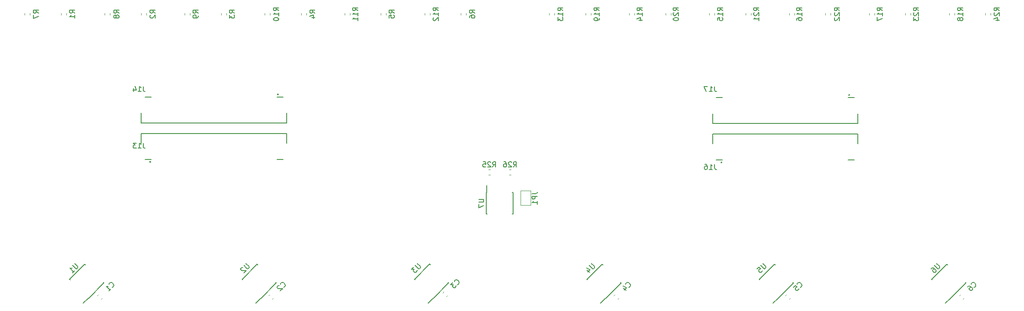
<source format=gbr>
G04 #@! TF.GenerationSoftware,KiCad,Pcbnew,5.0.2-bee76a0~70~ubuntu18.04.1*
G04 #@! TF.CreationDate,2020-05-25T20:10:50+02:00*
G04 #@! TF.ProjectId,AB-AudioMatrix-6x6,41422d41-7564-4696-9f4d-61747269782d,v3.4*
G04 #@! TF.SameCoordinates,Original*
G04 #@! TF.FileFunction,Legend,Bot*
G04 #@! TF.FilePolarity,Positive*
%FSLAX46Y46*%
G04 Gerber Fmt 4.6, Leading zero omitted, Abs format (unit mm)*
G04 Created by KiCad (PCBNEW 5.0.2-bee76a0~70~ubuntu18.04.1) date Mo 25 Mai 2020 20:10:50 CEST*
%MOMM*%
%LPD*%
G01*
G04 APERTURE LIST*
%ADD10C,0.200000*%
%ADD11C,0.120000*%
%ADD12C,0.150000*%
G04 APERTURE END LIST*
D10*
G04 #@! TO.C,J14*
X102000000Y-102100000D02*
X102000000Y-104000000D01*
X102000000Y-104000000D02*
X74000000Y-104000000D01*
X74000000Y-104000000D02*
X74000000Y-102100000D01*
X101300000Y-99000000D02*
X100100000Y-99000000D01*
X75900000Y-99000000D02*
X74700000Y-99000000D01*
X100400000Y-98500000D02*
G75*
G03X100400000Y-98500000I-100000J0D01*
G01*
G04 #@! TO.C,J16*
X184000000Y-108004157D02*
X184000000Y-106104157D01*
X184000000Y-106104157D02*
X212000000Y-106104157D01*
X212000000Y-106104157D02*
X212000000Y-108004157D01*
X184700000Y-111104157D02*
X185900000Y-111104157D01*
X210100000Y-111104157D02*
X211300000Y-111104157D01*
X185800000Y-111604157D02*
G75*
G03X185800000Y-111604157I-100000J0D01*
G01*
G04 #@! TO.C,J13*
X74000000Y-107900000D02*
X74000000Y-106000000D01*
X74000000Y-106000000D02*
X102000000Y-106000000D01*
X102000000Y-106000000D02*
X102000000Y-107900000D01*
X74700000Y-111000000D02*
X75900000Y-111000000D01*
X100100000Y-111000000D02*
X101300000Y-111000000D01*
X75800000Y-111500000D02*
G75*
G03X75800000Y-111500000I-100000J0D01*
G01*
G04 #@! TO.C,J17*
X212000000Y-102204157D02*
X212000000Y-104104157D01*
X212000000Y-104104157D02*
X184000000Y-104104157D01*
X184000000Y-104104157D02*
X184000000Y-102204157D01*
X211300000Y-99104157D02*
X210100000Y-99104157D01*
X185900000Y-99104157D02*
X184700000Y-99104157D01*
X210400000Y-98604157D02*
G75*
G03X210400000Y-98604157I-100000J0D01*
G01*
D11*
G04 #@! TO.C,R1*
X58548500Y-83171267D02*
X58548500Y-82828733D01*
X59568500Y-83171267D02*
X59568500Y-82828733D01*
G04 #@! TO.C,R2*
X73948500Y-83171267D02*
X73948500Y-82828733D01*
X74968500Y-83171267D02*
X74968500Y-82828733D01*
G04 #@! TO.C,R3*
X89348500Y-83171267D02*
X89348500Y-82828733D01*
X90368500Y-83171267D02*
X90368500Y-82828733D01*
G04 #@! TO.C,R4*
X104748500Y-83171267D02*
X104748500Y-82828733D01*
X105768500Y-83171267D02*
X105768500Y-82828733D01*
G04 #@! TO.C,R5*
X120148500Y-83171267D02*
X120148500Y-82828733D01*
X121168500Y-83171267D02*
X121168500Y-82828733D01*
G04 #@! TO.C,R6*
X135548500Y-83171267D02*
X135548500Y-82828733D01*
X136568500Y-83171267D02*
X136568500Y-82828733D01*
G04 #@! TO.C,R7*
X51548500Y-83171267D02*
X51548500Y-82828733D01*
X52568500Y-83171267D02*
X52568500Y-82828733D01*
G04 #@! TO.C,R8*
X66948500Y-83171267D02*
X66948500Y-82828733D01*
X67968500Y-83171267D02*
X67968500Y-82828733D01*
G04 #@! TO.C,R9*
X82348500Y-83171267D02*
X82348500Y-82828733D01*
X83368500Y-83171267D02*
X83368500Y-82828733D01*
G04 #@! TO.C,R10*
X97748500Y-83171267D02*
X97748500Y-82828733D01*
X98768500Y-83171267D02*
X98768500Y-82828733D01*
G04 #@! TO.C,R11*
X113148500Y-83171267D02*
X113148500Y-82828733D01*
X114168500Y-83171267D02*
X114168500Y-82828733D01*
G04 #@! TO.C,R12*
X128548500Y-83171267D02*
X128548500Y-82828733D01*
X129568500Y-83171267D02*
X129568500Y-82828733D01*
G04 #@! TO.C,R13*
X153568500Y-82828733D02*
X153568500Y-83171267D01*
X152548500Y-82828733D02*
X152548500Y-83171267D01*
G04 #@! TO.C,R14*
X168968500Y-82828733D02*
X168968500Y-83171267D01*
X167948500Y-82828733D02*
X167948500Y-83171267D01*
G04 #@! TO.C,R15*
X184368500Y-82828733D02*
X184368500Y-83171267D01*
X183348500Y-82828733D02*
X183348500Y-83171267D01*
G04 #@! TO.C,R16*
X199768500Y-82828733D02*
X199768500Y-83171267D01*
X198748500Y-82828733D02*
X198748500Y-83171267D01*
G04 #@! TO.C,R17*
X215168500Y-82828733D02*
X215168500Y-83171267D01*
X214148500Y-82828733D02*
X214148500Y-83171267D01*
G04 #@! TO.C,R18*
X230568500Y-82828733D02*
X230568500Y-83171267D01*
X229548500Y-82828733D02*
X229548500Y-83171267D01*
G04 #@! TO.C,R19*
X160568500Y-82828733D02*
X160568500Y-83171267D01*
X159548500Y-82828733D02*
X159548500Y-83171267D01*
G04 #@! TO.C,R20*
X175968500Y-82828733D02*
X175968500Y-83171267D01*
X174948500Y-82828733D02*
X174948500Y-83171267D01*
G04 #@! TO.C,R21*
X191368500Y-82828733D02*
X191368500Y-83171267D01*
X190348500Y-82828733D02*
X190348500Y-83171267D01*
G04 #@! TO.C,R22*
X206768500Y-82828733D02*
X206768500Y-83171267D01*
X205748500Y-82828733D02*
X205748500Y-83171267D01*
G04 #@! TO.C,R23*
X222168500Y-82828733D02*
X222168500Y-83171267D01*
X221148500Y-82828733D02*
X221148500Y-83171267D01*
G04 #@! TO.C,R24*
X237568500Y-82828733D02*
X237568500Y-83171267D01*
X236548500Y-82828733D02*
X236548500Y-83171267D01*
D12*
G04 #@! TO.C,U1*
X63818198Y-137752691D02*
X62828249Y-138742641D01*
X60211953Y-134146447D02*
X63146447Y-131211953D01*
X63853553Y-137788047D02*
X66788047Y-134853553D01*
X60211953Y-134146447D02*
X60314484Y-134248977D01*
X63146447Y-131211953D02*
X63248977Y-131314484D01*
X66788047Y-134853553D02*
X66685516Y-134751023D01*
X63853553Y-137788047D02*
X63818198Y-137752691D01*
G04 #@! TO.C,U2*
X97018198Y-137752691D02*
X96028249Y-138742641D01*
X93411953Y-134146447D02*
X96346447Y-131211953D01*
X97053553Y-137788047D02*
X99988047Y-134853553D01*
X93411953Y-134146447D02*
X93514484Y-134248977D01*
X96346447Y-131211953D02*
X96448977Y-131314484D01*
X99988047Y-134853553D02*
X99885516Y-134751023D01*
X97053553Y-137788047D02*
X97018198Y-137752691D01*
G04 #@! TO.C,U3*
X130218198Y-137752691D02*
X129228249Y-138742641D01*
X126611953Y-134146447D02*
X129546447Y-131211953D01*
X130253553Y-137788047D02*
X133188047Y-134853553D01*
X126611953Y-134146447D02*
X126714484Y-134248977D01*
X129546447Y-131211953D02*
X129648977Y-131314484D01*
X133188047Y-134853553D02*
X133085516Y-134751023D01*
X130253553Y-137788047D02*
X130218198Y-137752691D01*
G04 #@! TO.C,U4*
X163418198Y-137752691D02*
X162428249Y-138742641D01*
X159811953Y-134146447D02*
X162746447Y-131211953D01*
X163453553Y-137788047D02*
X166388047Y-134853553D01*
X159811953Y-134146447D02*
X159914484Y-134248977D01*
X162746447Y-131211953D02*
X162848977Y-131314484D01*
X166388047Y-134853553D02*
X166285516Y-134751023D01*
X163453553Y-137788047D02*
X163418198Y-137752691D01*
G04 #@! TO.C,U5*
X196618198Y-137752691D02*
X195628249Y-138742641D01*
X193011953Y-134146447D02*
X195946447Y-131211953D01*
X196653553Y-137788047D02*
X199588047Y-134853553D01*
X193011953Y-134146447D02*
X193114484Y-134248977D01*
X195946447Y-131211953D02*
X196048977Y-131314484D01*
X199588047Y-134853553D02*
X199485516Y-134751023D01*
X196653553Y-137788047D02*
X196618198Y-137752691D01*
G04 #@! TO.C,U6*
X229818198Y-137752691D02*
X228828249Y-138742641D01*
X226211953Y-134146447D02*
X229146447Y-131211953D01*
X229853553Y-137788047D02*
X232788047Y-134853553D01*
X226211953Y-134146447D02*
X226314484Y-134248977D01*
X229146447Y-131211953D02*
X229248977Y-131314484D01*
X232788047Y-134853553D02*
X232685516Y-134751023D01*
X229853553Y-137788047D02*
X229818198Y-137752691D01*
D11*
G04 #@! TO.C,JP1*
X149015621Y-119875715D02*
X149015621Y-117075715D01*
X149015621Y-117075715D02*
X147015621Y-117075715D01*
X147015621Y-117075715D02*
X147015621Y-119875715D01*
X147015621Y-119875715D02*
X149015621Y-119875715D01*
G04 #@! TO.C,R25*
X141186888Y-113985715D02*
X140844354Y-113985715D01*
X141186888Y-112965715D02*
X140844354Y-112965715D01*
G04 #@! TO.C,R26*
X145186888Y-113985715D02*
X144844354Y-113985715D01*
X145186888Y-112965715D02*
X144844354Y-112965715D01*
D12*
G04 #@! TO.C,U7*
X140490621Y-117400715D02*
X140490621Y-116000715D01*
X145590621Y-117400715D02*
X145590621Y-121550715D01*
X140440621Y-117400715D02*
X140440621Y-121550715D01*
X145590621Y-117400715D02*
X145445621Y-117400715D01*
X145590621Y-121550715D02*
X145445621Y-121550715D01*
X140440621Y-121550715D02*
X140585621Y-121550715D01*
X140440621Y-117400715D02*
X140490621Y-117400715D01*
D11*
G04 #@! TO.C,C1*
X65760480Y-137018271D02*
X65518271Y-137260480D01*
X66481729Y-137739520D02*
X66239520Y-137981729D01*
G04 #@! TO.C,C2*
X99481729Y-137739520D02*
X99239520Y-137981729D01*
X98760480Y-137018271D02*
X98518271Y-137260480D01*
G04 #@! TO.C,C3*
X132260480Y-136518271D02*
X132018271Y-136760480D01*
X132981729Y-137239520D02*
X132739520Y-137481729D01*
G04 #@! TO.C,C4*
X165981729Y-137739520D02*
X165739520Y-137981729D01*
X165260480Y-137018271D02*
X165018271Y-137260480D01*
G04 #@! TO.C,C5*
X198260480Y-137018271D02*
X198018271Y-137260480D01*
X198981729Y-137739520D02*
X198739520Y-137981729D01*
G04 #@! TO.C,C6*
X232481729Y-137739520D02*
X232239520Y-137981729D01*
X231760480Y-137018271D02*
X231518271Y-137260480D01*
G04 #@! TO.C,J14*
D12*
X74378690Y-96952380D02*
X74378690Y-97666666D01*
X74426309Y-97809523D01*
X74521547Y-97904761D01*
X74664404Y-97952380D01*
X74759642Y-97952380D01*
X73378690Y-97952380D02*
X73950119Y-97952380D01*
X73664404Y-97952380D02*
X73664404Y-96952380D01*
X73759642Y-97095238D01*
X73854880Y-97190476D01*
X73950119Y-97238095D01*
X72521547Y-97285714D02*
X72521547Y-97952380D01*
X72759642Y-96904761D02*
X72997738Y-97619047D01*
X72378690Y-97619047D01*
G04 #@! TO.C,J16*
X184378690Y-111952380D02*
X184378690Y-112666666D01*
X184426309Y-112809523D01*
X184521547Y-112904761D01*
X184664404Y-112952380D01*
X184759642Y-112952380D01*
X183378690Y-112952380D02*
X183950119Y-112952380D01*
X183664404Y-112952380D02*
X183664404Y-111952380D01*
X183759642Y-112095238D01*
X183854880Y-112190476D01*
X183950119Y-112238095D01*
X182521547Y-111952380D02*
X182712023Y-111952380D01*
X182807261Y-112000000D01*
X182854880Y-112047619D01*
X182950119Y-112190476D01*
X182997738Y-112380952D01*
X182997738Y-112761904D01*
X182950119Y-112857142D01*
X182902500Y-112904761D01*
X182807261Y-112952380D01*
X182616785Y-112952380D01*
X182521547Y-112904761D01*
X182473928Y-112857142D01*
X182426309Y-112761904D01*
X182426309Y-112523809D01*
X182473928Y-112428571D01*
X182521547Y-112380952D01*
X182616785Y-112333333D01*
X182807261Y-112333333D01*
X182902500Y-112380952D01*
X182950119Y-112428571D01*
X182997738Y-112523809D01*
G04 #@! TO.C,J13*
X74378690Y-107873139D02*
X74378690Y-108587425D01*
X74426309Y-108730282D01*
X74521547Y-108825520D01*
X74664404Y-108873139D01*
X74759642Y-108873139D01*
X73378690Y-108873139D02*
X73950119Y-108873139D01*
X73664404Y-108873139D02*
X73664404Y-107873139D01*
X73759642Y-108015997D01*
X73854880Y-108111235D01*
X73950119Y-108158854D01*
X73045357Y-107873139D02*
X72426309Y-107873139D01*
X72759642Y-108254092D01*
X72616785Y-108254092D01*
X72521547Y-108301711D01*
X72473928Y-108349330D01*
X72426309Y-108444568D01*
X72426309Y-108682663D01*
X72473928Y-108777901D01*
X72521547Y-108825520D01*
X72616785Y-108873139D01*
X72902500Y-108873139D01*
X72997738Y-108825520D01*
X73045357Y-108777901D01*
G04 #@! TO.C,J17*
X184378690Y-96952380D02*
X184378690Y-97666666D01*
X184426309Y-97809523D01*
X184521547Y-97904761D01*
X184664404Y-97952380D01*
X184759642Y-97952380D01*
X183378690Y-97952380D02*
X183950119Y-97952380D01*
X183664404Y-97952380D02*
X183664404Y-96952380D01*
X183759642Y-97095238D01*
X183854880Y-97190476D01*
X183950119Y-97238095D01*
X183045357Y-96952380D02*
X182378690Y-96952380D01*
X182807261Y-97952380D01*
G04 #@! TO.C,R1*
X61202380Y-82833333D02*
X60726190Y-82500000D01*
X61202380Y-82261904D02*
X60202380Y-82261904D01*
X60202380Y-82642857D01*
X60250000Y-82738095D01*
X60297619Y-82785714D01*
X60392857Y-82833333D01*
X60535714Y-82833333D01*
X60630952Y-82785714D01*
X60678571Y-82738095D01*
X60726190Y-82642857D01*
X60726190Y-82261904D01*
X61202380Y-83785714D02*
X61202380Y-83214285D01*
X61202380Y-83500000D02*
X60202380Y-83500000D01*
X60345238Y-83404761D01*
X60440476Y-83309523D01*
X60488095Y-83214285D01*
G04 #@! TO.C,R2*
X76702380Y-82833333D02*
X76226190Y-82500000D01*
X76702380Y-82261904D02*
X75702380Y-82261904D01*
X75702380Y-82642857D01*
X75750000Y-82738095D01*
X75797619Y-82785714D01*
X75892857Y-82833333D01*
X76035714Y-82833333D01*
X76130952Y-82785714D01*
X76178571Y-82738095D01*
X76226190Y-82642857D01*
X76226190Y-82261904D01*
X75797619Y-83214285D02*
X75750000Y-83261904D01*
X75702380Y-83357142D01*
X75702380Y-83595238D01*
X75750000Y-83690476D01*
X75797619Y-83738095D01*
X75892857Y-83785714D01*
X75988095Y-83785714D01*
X76130952Y-83738095D01*
X76702380Y-83166666D01*
X76702380Y-83785714D01*
G04 #@! TO.C,R3*
X91952380Y-82833333D02*
X91476190Y-82500000D01*
X91952380Y-82261904D02*
X90952380Y-82261904D01*
X90952380Y-82642857D01*
X91000000Y-82738095D01*
X91047619Y-82785714D01*
X91142857Y-82833333D01*
X91285714Y-82833333D01*
X91380952Y-82785714D01*
X91428571Y-82738095D01*
X91476190Y-82642857D01*
X91476190Y-82261904D01*
X90952380Y-83166666D02*
X90952380Y-83785714D01*
X91333333Y-83452380D01*
X91333333Y-83595238D01*
X91380952Y-83690476D01*
X91428571Y-83738095D01*
X91523809Y-83785714D01*
X91761904Y-83785714D01*
X91857142Y-83738095D01*
X91904761Y-83690476D01*
X91952380Y-83595238D01*
X91952380Y-83309523D01*
X91904761Y-83214285D01*
X91857142Y-83166666D01*
G04 #@! TO.C,R4*
X107452380Y-82833333D02*
X106976190Y-82500000D01*
X107452380Y-82261904D02*
X106452380Y-82261904D01*
X106452380Y-82642857D01*
X106500000Y-82738095D01*
X106547619Y-82785714D01*
X106642857Y-82833333D01*
X106785714Y-82833333D01*
X106880952Y-82785714D01*
X106928571Y-82738095D01*
X106976190Y-82642857D01*
X106976190Y-82261904D01*
X106785714Y-83690476D02*
X107452380Y-83690476D01*
X106404761Y-83452380D02*
X107119047Y-83214285D01*
X107119047Y-83833333D01*
G04 #@! TO.C,R5*
X122702380Y-82833333D02*
X122226190Y-82500000D01*
X122702380Y-82261904D02*
X121702380Y-82261904D01*
X121702380Y-82642857D01*
X121750000Y-82738095D01*
X121797619Y-82785714D01*
X121892857Y-82833333D01*
X122035714Y-82833333D01*
X122130952Y-82785714D01*
X122178571Y-82738095D01*
X122226190Y-82642857D01*
X122226190Y-82261904D01*
X121702380Y-83738095D02*
X121702380Y-83261904D01*
X122178571Y-83214285D01*
X122130952Y-83261904D01*
X122083333Y-83357142D01*
X122083333Y-83595238D01*
X122130952Y-83690476D01*
X122178571Y-83738095D01*
X122273809Y-83785714D01*
X122511904Y-83785714D01*
X122607142Y-83738095D01*
X122654761Y-83690476D01*
X122702380Y-83595238D01*
X122702380Y-83357142D01*
X122654761Y-83261904D01*
X122607142Y-83214285D01*
G04 #@! TO.C,R6*
X138202380Y-82833333D02*
X137726190Y-82500000D01*
X138202380Y-82261904D02*
X137202380Y-82261904D01*
X137202380Y-82642857D01*
X137250000Y-82738095D01*
X137297619Y-82785714D01*
X137392857Y-82833333D01*
X137535714Y-82833333D01*
X137630952Y-82785714D01*
X137678571Y-82738095D01*
X137726190Y-82642857D01*
X137726190Y-82261904D01*
X137202380Y-83690476D02*
X137202380Y-83500000D01*
X137250000Y-83404761D01*
X137297619Y-83357142D01*
X137440476Y-83261904D01*
X137630952Y-83214285D01*
X138011904Y-83214285D01*
X138107142Y-83261904D01*
X138154761Y-83309523D01*
X138202380Y-83404761D01*
X138202380Y-83595238D01*
X138154761Y-83690476D01*
X138107142Y-83738095D01*
X138011904Y-83785714D01*
X137773809Y-83785714D01*
X137678571Y-83738095D01*
X137630952Y-83690476D01*
X137583333Y-83595238D01*
X137583333Y-83404761D01*
X137630952Y-83309523D01*
X137678571Y-83261904D01*
X137773809Y-83214285D01*
G04 #@! TO.C,R7*
X54202380Y-82833333D02*
X53726190Y-82500000D01*
X54202380Y-82261904D02*
X53202380Y-82261904D01*
X53202380Y-82642857D01*
X53250000Y-82738095D01*
X53297619Y-82785714D01*
X53392857Y-82833333D01*
X53535714Y-82833333D01*
X53630952Y-82785714D01*
X53678571Y-82738095D01*
X53726190Y-82642857D01*
X53726190Y-82261904D01*
X53202380Y-83166666D02*
X53202380Y-83833333D01*
X54202380Y-83404761D01*
G04 #@! TO.C,R8*
X69702380Y-82833333D02*
X69226190Y-82500000D01*
X69702380Y-82261904D02*
X68702380Y-82261904D01*
X68702380Y-82642857D01*
X68750000Y-82738095D01*
X68797619Y-82785714D01*
X68892857Y-82833333D01*
X69035714Y-82833333D01*
X69130952Y-82785714D01*
X69178571Y-82738095D01*
X69226190Y-82642857D01*
X69226190Y-82261904D01*
X69130952Y-83404761D02*
X69083333Y-83309523D01*
X69035714Y-83261904D01*
X68940476Y-83214285D01*
X68892857Y-83214285D01*
X68797619Y-83261904D01*
X68750000Y-83309523D01*
X68702380Y-83404761D01*
X68702380Y-83595238D01*
X68750000Y-83690476D01*
X68797619Y-83738095D01*
X68892857Y-83785714D01*
X68940476Y-83785714D01*
X69035714Y-83738095D01*
X69083333Y-83690476D01*
X69130952Y-83595238D01*
X69130952Y-83404761D01*
X69178571Y-83309523D01*
X69226190Y-83261904D01*
X69321428Y-83214285D01*
X69511904Y-83214285D01*
X69607142Y-83261904D01*
X69654761Y-83309523D01*
X69702380Y-83404761D01*
X69702380Y-83595238D01*
X69654761Y-83690476D01*
X69607142Y-83738095D01*
X69511904Y-83785714D01*
X69321428Y-83785714D01*
X69226190Y-83738095D01*
X69178571Y-83690476D01*
X69130952Y-83595238D01*
G04 #@! TO.C,R9*
X84952380Y-82833333D02*
X84476190Y-82500000D01*
X84952380Y-82261904D02*
X83952380Y-82261904D01*
X83952380Y-82642857D01*
X84000000Y-82738095D01*
X84047619Y-82785714D01*
X84142857Y-82833333D01*
X84285714Y-82833333D01*
X84380952Y-82785714D01*
X84428571Y-82738095D01*
X84476190Y-82642857D01*
X84476190Y-82261904D01*
X84952380Y-83309523D02*
X84952380Y-83500000D01*
X84904761Y-83595238D01*
X84857142Y-83642857D01*
X84714285Y-83738095D01*
X84523809Y-83785714D01*
X84142857Y-83785714D01*
X84047619Y-83738095D01*
X84000000Y-83690476D01*
X83952380Y-83595238D01*
X83952380Y-83404761D01*
X84000000Y-83309523D01*
X84047619Y-83261904D01*
X84142857Y-83214285D01*
X84380952Y-83214285D01*
X84476190Y-83261904D01*
X84523809Y-83309523D01*
X84571428Y-83404761D01*
X84571428Y-83595238D01*
X84523809Y-83690476D01*
X84476190Y-83738095D01*
X84380952Y-83785714D01*
G04 #@! TO.C,R10*
X100452380Y-82357142D02*
X99976190Y-82023809D01*
X100452380Y-81785714D02*
X99452380Y-81785714D01*
X99452380Y-82166666D01*
X99500000Y-82261904D01*
X99547619Y-82309523D01*
X99642857Y-82357142D01*
X99785714Y-82357142D01*
X99880952Y-82309523D01*
X99928571Y-82261904D01*
X99976190Y-82166666D01*
X99976190Y-81785714D01*
X100452380Y-83309523D02*
X100452380Y-82738095D01*
X100452380Y-83023809D02*
X99452380Y-83023809D01*
X99595238Y-82928571D01*
X99690476Y-82833333D01*
X99738095Y-82738095D01*
X99452380Y-83928571D02*
X99452380Y-84023809D01*
X99500000Y-84119047D01*
X99547619Y-84166666D01*
X99642857Y-84214285D01*
X99833333Y-84261904D01*
X100071428Y-84261904D01*
X100261904Y-84214285D01*
X100357142Y-84166666D01*
X100404761Y-84119047D01*
X100452380Y-84023809D01*
X100452380Y-83928571D01*
X100404761Y-83833333D01*
X100357142Y-83785714D01*
X100261904Y-83738095D01*
X100071428Y-83690476D01*
X99833333Y-83690476D01*
X99642857Y-83738095D01*
X99547619Y-83785714D01*
X99500000Y-83833333D01*
X99452380Y-83928571D01*
G04 #@! TO.C,R11*
X115702380Y-82357142D02*
X115226190Y-82023809D01*
X115702380Y-81785714D02*
X114702380Y-81785714D01*
X114702380Y-82166666D01*
X114750000Y-82261904D01*
X114797619Y-82309523D01*
X114892857Y-82357142D01*
X115035714Y-82357142D01*
X115130952Y-82309523D01*
X115178571Y-82261904D01*
X115226190Y-82166666D01*
X115226190Y-81785714D01*
X115702380Y-83309523D02*
X115702380Y-82738095D01*
X115702380Y-83023809D02*
X114702380Y-83023809D01*
X114845238Y-82928571D01*
X114940476Y-82833333D01*
X114988095Y-82738095D01*
X115702380Y-84261904D02*
X115702380Y-83690476D01*
X115702380Y-83976190D02*
X114702380Y-83976190D01*
X114845238Y-83880952D01*
X114940476Y-83785714D01*
X114988095Y-83690476D01*
G04 #@! TO.C,R12*
X131202380Y-82357142D02*
X130726190Y-82023809D01*
X131202380Y-81785714D02*
X130202380Y-81785714D01*
X130202380Y-82166666D01*
X130250000Y-82261904D01*
X130297619Y-82309523D01*
X130392857Y-82357142D01*
X130535714Y-82357142D01*
X130630952Y-82309523D01*
X130678571Y-82261904D01*
X130726190Y-82166666D01*
X130726190Y-81785714D01*
X131202380Y-83309523D02*
X131202380Y-82738095D01*
X131202380Y-83023809D02*
X130202380Y-83023809D01*
X130345238Y-82928571D01*
X130440476Y-82833333D01*
X130488095Y-82738095D01*
X130297619Y-83690476D02*
X130250000Y-83738095D01*
X130202380Y-83833333D01*
X130202380Y-84071428D01*
X130250000Y-84166666D01*
X130297619Y-84214285D01*
X130392857Y-84261904D01*
X130488095Y-84261904D01*
X130630952Y-84214285D01*
X131202380Y-83642857D01*
X131202380Y-84261904D01*
G04 #@! TO.C,R13*
X155202380Y-82357142D02*
X154726190Y-82023809D01*
X155202380Y-81785714D02*
X154202380Y-81785714D01*
X154202380Y-82166666D01*
X154250000Y-82261904D01*
X154297619Y-82309523D01*
X154392857Y-82357142D01*
X154535714Y-82357142D01*
X154630952Y-82309523D01*
X154678571Y-82261904D01*
X154726190Y-82166666D01*
X154726190Y-81785714D01*
X155202380Y-83309523D02*
X155202380Y-82738095D01*
X155202380Y-83023809D02*
X154202380Y-83023809D01*
X154345238Y-82928571D01*
X154440476Y-82833333D01*
X154488095Y-82738095D01*
X154202380Y-83642857D02*
X154202380Y-84261904D01*
X154583333Y-83928571D01*
X154583333Y-84071428D01*
X154630952Y-84166666D01*
X154678571Y-84214285D01*
X154773809Y-84261904D01*
X155011904Y-84261904D01*
X155107142Y-84214285D01*
X155154761Y-84166666D01*
X155202380Y-84071428D01*
X155202380Y-83785714D01*
X155154761Y-83690476D01*
X155107142Y-83642857D01*
G04 #@! TO.C,R14*
X170452380Y-82357142D02*
X169976190Y-82023809D01*
X170452380Y-81785714D02*
X169452380Y-81785714D01*
X169452380Y-82166666D01*
X169500000Y-82261904D01*
X169547619Y-82309523D01*
X169642857Y-82357142D01*
X169785714Y-82357142D01*
X169880952Y-82309523D01*
X169928571Y-82261904D01*
X169976190Y-82166666D01*
X169976190Y-81785714D01*
X170452380Y-83309523D02*
X170452380Y-82738095D01*
X170452380Y-83023809D02*
X169452380Y-83023809D01*
X169595238Y-82928571D01*
X169690476Y-82833333D01*
X169738095Y-82738095D01*
X169785714Y-84166666D02*
X170452380Y-84166666D01*
X169404761Y-83928571D02*
X170119047Y-83690476D01*
X170119047Y-84309523D01*
G04 #@! TO.C,R15*
X185952380Y-82357142D02*
X185476190Y-82023809D01*
X185952380Y-81785714D02*
X184952380Y-81785714D01*
X184952380Y-82166666D01*
X185000000Y-82261904D01*
X185047619Y-82309523D01*
X185142857Y-82357142D01*
X185285714Y-82357142D01*
X185380952Y-82309523D01*
X185428571Y-82261904D01*
X185476190Y-82166666D01*
X185476190Y-81785714D01*
X185952380Y-83309523D02*
X185952380Y-82738095D01*
X185952380Y-83023809D02*
X184952380Y-83023809D01*
X185095238Y-82928571D01*
X185190476Y-82833333D01*
X185238095Y-82738095D01*
X184952380Y-84214285D02*
X184952380Y-83738095D01*
X185428571Y-83690476D01*
X185380952Y-83738095D01*
X185333333Y-83833333D01*
X185333333Y-84071428D01*
X185380952Y-84166666D01*
X185428571Y-84214285D01*
X185523809Y-84261904D01*
X185761904Y-84261904D01*
X185857142Y-84214285D01*
X185904761Y-84166666D01*
X185952380Y-84071428D01*
X185952380Y-83833333D01*
X185904761Y-83738095D01*
X185857142Y-83690476D01*
G04 #@! TO.C,R16*
X201202380Y-82357142D02*
X200726190Y-82023809D01*
X201202380Y-81785714D02*
X200202380Y-81785714D01*
X200202380Y-82166666D01*
X200250000Y-82261904D01*
X200297619Y-82309523D01*
X200392857Y-82357142D01*
X200535714Y-82357142D01*
X200630952Y-82309523D01*
X200678571Y-82261904D01*
X200726190Y-82166666D01*
X200726190Y-81785714D01*
X201202380Y-83309523D02*
X201202380Y-82738095D01*
X201202380Y-83023809D02*
X200202380Y-83023809D01*
X200345238Y-82928571D01*
X200440476Y-82833333D01*
X200488095Y-82738095D01*
X200202380Y-84166666D02*
X200202380Y-83976190D01*
X200250000Y-83880952D01*
X200297619Y-83833333D01*
X200440476Y-83738095D01*
X200630952Y-83690476D01*
X201011904Y-83690476D01*
X201107142Y-83738095D01*
X201154761Y-83785714D01*
X201202380Y-83880952D01*
X201202380Y-84071428D01*
X201154761Y-84166666D01*
X201107142Y-84214285D01*
X201011904Y-84261904D01*
X200773809Y-84261904D01*
X200678571Y-84214285D01*
X200630952Y-84166666D01*
X200583333Y-84071428D01*
X200583333Y-83880952D01*
X200630952Y-83785714D01*
X200678571Y-83738095D01*
X200773809Y-83690476D01*
G04 #@! TO.C,R17*
X216702380Y-82357142D02*
X216226190Y-82023809D01*
X216702380Y-81785714D02*
X215702380Y-81785714D01*
X215702380Y-82166666D01*
X215750000Y-82261904D01*
X215797619Y-82309523D01*
X215892857Y-82357142D01*
X216035714Y-82357142D01*
X216130952Y-82309523D01*
X216178571Y-82261904D01*
X216226190Y-82166666D01*
X216226190Y-81785714D01*
X216702380Y-83309523D02*
X216702380Y-82738095D01*
X216702380Y-83023809D02*
X215702380Y-83023809D01*
X215845238Y-82928571D01*
X215940476Y-82833333D01*
X215988095Y-82738095D01*
X215702380Y-83642857D02*
X215702380Y-84309523D01*
X216702380Y-83880952D01*
G04 #@! TO.C,R18*
X232202380Y-82357142D02*
X231726190Y-82023809D01*
X232202380Y-81785714D02*
X231202380Y-81785714D01*
X231202380Y-82166666D01*
X231250000Y-82261904D01*
X231297619Y-82309523D01*
X231392857Y-82357142D01*
X231535714Y-82357142D01*
X231630952Y-82309523D01*
X231678571Y-82261904D01*
X231726190Y-82166666D01*
X231726190Y-81785714D01*
X232202380Y-83309523D02*
X232202380Y-82738095D01*
X232202380Y-83023809D02*
X231202380Y-83023809D01*
X231345238Y-82928571D01*
X231440476Y-82833333D01*
X231488095Y-82738095D01*
X231630952Y-83880952D02*
X231583333Y-83785714D01*
X231535714Y-83738095D01*
X231440476Y-83690476D01*
X231392857Y-83690476D01*
X231297619Y-83738095D01*
X231250000Y-83785714D01*
X231202380Y-83880952D01*
X231202380Y-84071428D01*
X231250000Y-84166666D01*
X231297619Y-84214285D01*
X231392857Y-84261904D01*
X231440476Y-84261904D01*
X231535714Y-84214285D01*
X231583333Y-84166666D01*
X231630952Y-84071428D01*
X231630952Y-83880952D01*
X231678571Y-83785714D01*
X231726190Y-83738095D01*
X231821428Y-83690476D01*
X232011904Y-83690476D01*
X232107142Y-83738095D01*
X232154761Y-83785714D01*
X232202380Y-83880952D01*
X232202380Y-84071428D01*
X232154761Y-84166666D01*
X232107142Y-84214285D01*
X232011904Y-84261904D01*
X231821428Y-84261904D01*
X231726190Y-84214285D01*
X231678571Y-84166666D01*
X231630952Y-84071428D01*
G04 #@! TO.C,R19*
X162202380Y-82357142D02*
X161726190Y-82023809D01*
X162202380Y-81785714D02*
X161202380Y-81785714D01*
X161202380Y-82166666D01*
X161250000Y-82261904D01*
X161297619Y-82309523D01*
X161392857Y-82357142D01*
X161535714Y-82357142D01*
X161630952Y-82309523D01*
X161678571Y-82261904D01*
X161726190Y-82166666D01*
X161726190Y-81785714D01*
X162202380Y-83309523D02*
X162202380Y-82738095D01*
X162202380Y-83023809D02*
X161202380Y-83023809D01*
X161345238Y-82928571D01*
X161440476Y-82833333D01*
X161488095Y-82738095D01*
X162202380Y-83785714D02*
X162202380Y-83976190D01*
X162154761Y-84071428D01*
X162107142Y-84119047D01*
X161964285Y-84214285D01*
X161773809Y-84261904D01*
X161392857Y-84261904D01*
X161297619Y-84214285D01*
X161250000Y-84166666D01*
X161202380Y-84071428D01*
X161202380Y-83880952D01*
X161250000Y-83785714D01*
X161297619Y-83738095D01*
X161392857Y-83690476D01*
X161630952Y-83690476D01*
X161726190Y-83738095D01*
X161773809Y-83785714D01*
X161821428Y-83880952D01*
X161821428Y-84071428D01*
X161773809Y-84166666D01*
X161726190Y-84214285D01*
X161630952Y-84261904D01*
G04 #@! TO.C,R20*
X177452380Y-82357142D02*
X176976190Y-82023809D01*
X177452380Y-81785714D02*
X176452380Y-81785714D01*
X176452380Y-82166666D01*
X176500000Y-82261904D01*
X176547619Y-82309523D01*
X176642857Y-82357142D01*
X176785714Y-82357142D01*
X176880952Y-82309523D01*
X176928571Y-82261904D01*
X176976190Y-82166666D01*
X176976190Y-81785714D01*
X176547619Y-82738095D02*
X176500000Y-82785714D01*
X176452380Y-82880952D01*
X176452380Y-83119047D01*
X176500000Y-83214285D01*
X176547619Y-83261904D01*
X176642857Y-83309523D01*
X176738095Y-83309523D01*
X176880952Y-83261904D01*
X177452380Y-82690476D01*
X177452380Y-83309523D01*
X176452380Y-83928571D02*
X176452380Y-84023809D01*
X176500000Y-84119047D01*
X176547619Y-84166666D01*
X176642857Y-84214285D01*
X176833333Y-84261904D01*
X177071428Y-84261904D01*
X177261904Y-84214285D01*
X177357142Y-84166666D01*
X177404761Y-84119047D01*
X177452380Y-84023809D01*
X177452380Y-83928571D01*
X177404761Y-83833333D01*
X177357142Y-83785714D01*
X177261904Y-83738095D01*
X177071428Y-83690476D01*
X176833333Y-83690476D01*
X176642857Y-83738095D01*
X176547619Y-83785714D01*
X176500000Y-83833333D01*
X176452380Y-83928571D01*
G04 #@! TO.C,R21*
X192952380Y-82357142D02*
X192476190Y-82023809D01*
X192952380Y-81785714D02*
X191952380Y-81785714D01*
X191952380Y-82166666D01*
X192000000Y-82261904D01*
X192047619Y-82309523D01*
X192142857Y-82357142D01*
X192285714Y-82357142D01*
X192380952Y-82309523D01*
X192428571Y-82261904D01*
X192476190Y-82166666D01*
X192476190Y-81785714D01*
X192047619Y-82738095D02*
X192000000Y-82785714D01*
X191952380Y-82880952D01*
X191952380Y-83119047D01*
X192000000Y-83214285D01*
X192047619Y-83261904D01*
X192142857Y-83309523D01*
X192238095Y-83309523D01*
X192380952Y-83261904D01*
X192952380Y-82690476D01*
X192952380Y-83309523D01*
X192952380Y-84261904D02*
X192952380Y-83690476D01*
X192952380Y-83976190D02*
X191952380Y-83976190D01*
X192095238Y-83880952D01*
X192190476Y-83785714D01*
X192238095Y-83690476D01*
G04 #@! TO.C,R22*
X208452380Y-82357142D02*
X207976190Y-82023809D01*
X208452380Y-81785714D02*
X207452380Y-81785714D01*
X207452380Y-82166666D01*
X207500000Y-82261904D01*
X207547619Y-82309523D01*
X207642857Y-82357142D01*
X207785714Y-82357142D01*
X207880952Y-82309523D01*
X207928571Y-82261904D01*
X207976190Y-82166666D01*
X207976190Y-81785714D01*
X207547619Y-82738095D02*
X207500000Y-82785714D01*
X207452380Y-82880952D01*
X207452380Y-83119047D01*
X207500000Y-83214285D01*
X207547619Y-83261904D01*
X207642857Y-83309523D01*
X207738095Y-83309523D01*
X207880952Y-83261904D01*
X208452380Y-82690476D01*
X208452380Y-83309523D01*
X207547619Y-83690476D02*
X207500000Y-83738095D01*
X207452380Y-83833333D01*
X207452380Y-84071428D01*
X207500000Y-84166666D01*
X207547619Y-84214285D01*
X207642857Y-84261904D01*
X207738095Y-84261904D01*
X207880952Y-84214285D01*
X208452380Y-83642857D01*
X208452380Y-84261904D01*
G04 #@! TO.C,R23*
X223702380Y-82357142D02*
X223226190Y-82023809D01*
X223702380Y-81785714D02*
X222702380Y-81785714D01*
X222702380Y-82166666D01*
X222750000Y-82261904D01*
X222797619Y-82309523D01*
X222892857Y-82357142D01*
X223035714Y-82357142D01*
X223130952Y-82309523D01*
X223178571Y-82261904D01*
X223226190Y-82166666D01*
X223226190Y-81785714D01*
X222797619Y-82738095D02*
X222750000Y-82785714D01*
X222702380Y-82880952D01*
X222702380Y-83119047D01*
X222750000Y-83214285D01*
X222797619Y-83261904D01*
X222892857Y-83309523D01*
X222988095Y-83309523D01*
X223130952Y-83261904D01*
X223702380Y-82690476D01*
X223702380Y-83309523D01*
X222702380Y-83642857D02*
X222702380Y-84261904D01*
X223083333Y-83928571D01*
X223083333Y-84071428D01*
X223130952Y-84166666D01*
X223178571Y-84214285D01*
X223273809Y-84261904D01*
X223511904Y-84261904D01*
X223607142Y-84214285D01*
X223654761Y-84166666D01*
X223702380Y-84071428D01*
X223702380Y-83785714D01*
X223654761Y-83690476D01*
X223607142Y-83642857D01*
G04 #@! TO.C,R24*
X239202380Y-82357142D02*
X238726190Y-82023809D01*
X239202380Y-81785714D02*
X238202380Y-81785714D01*
X238202380Y-82166666D01*
X238250000Y-82261904D01*
X238297619Y-82309523D01*
X238392857Y-82357142D01*
X238535714Y-82357142D01*
X238630952Y-82309523D01*
X238678571Y-82261904D01*
X238726190Y-82166666D01*
X238726190Y-81785714D01*
X238297619Y-82738095D02*
X238250000Y-82785714D01*
X238202380Y-82880952D01*
X238202380Y-83119047D01*
X238250000Y-83214285D01*
X238297619Y-83261904D01*
X238392857Y-83309523D01*
X238488095Y-83309523D01*
X238630952Y-83261904D01*
X239202380Y-82690476D01*
X239202380Y-83309523D01*
X238535714Y-84166666D02*
X239202380Y-84166666D01*
X238154761Y-83928571D02*
X238869047Y-83690476D01*
X238869047Y-84309523D01*
G04 #@! TO.C,U1*
X61151522Y-131074026D02*
X61723942Y-131646446D01*
X61757614Y-131747461D01*
X61757614Y-131814805D01*
X61723942Y-131915820D01*
X61589255Y-132050507D01*
X61488240Y-132084179D01*
X61420896Y-132084179D01*
X61319881Y-132050507D01*
X60747461Y-131478087D01*
X60747461Y-132892301D02*
X61151522Y-132488240D01*
X60949492Y-132690270D02*
X60242385Y-131983164D01*
X60410744Y-132016835D01*
X60545431Y-132016835D01*
X60646446Y-131983164D01*
G04 #@! TO.C,U2*
X94151522Y-131074026D02*
X94723942Y-131646446D01*
X94757614Y-131747461D01*
X94757614Y-131814805D01*
X94723942Y-131915820D01*
X94589255Y-132050507D01*
X94488240Y-132084179D01*
X94420896Y-132084179D01*
X94319881Y-132050507D01*
X93747461Y-131478087D01*
X93511759Y-131848477D02*
X93444416Y-131848477D01*
X93343400Y-131882148D01*
X93175042Y-132050507D01*
X93141370Y-132151522D01*
X93141370Y-132218866D01*
X93175042Y-132319881D01*
X93242385Y-132387225D01*
X93377072Y-132454568D01*
X94185194Y-132454568D01*
X93747461Y-132892301D01*
G04 #@! TO.C,U3*
X127151522Y-131074026D02*
X127723942Y-131646446D01*
X127757614Y-131747461D01*
X127757614Y-131814805D01*
X127723942Y-131915820D01*
X127589255Y-132050507D01*
X127488240Y-132084179D01*
X127420896Y-132084179D01*
X127319881Y-132050507D01*
X126747461Y-131478087D01*
X126478087Y-131747461D02*
X126040355Y-132185194D01*
X126545431Y-132218866D01*
X126444416Y-132319881D01*
X126410744Y-132420896D01*
X126410744Y-132488240D01*
X126444416Y-132589255D01*
X126612774Y-132757614D01*
X126713790Y-132791286D01*
X126781133Y-132791286D01*
X126882148Y-132757614D01*
X127084179Y-132555583D01*
X127117851Y-132454568D01*
X127117851Y-132387225D01*
G04 #@! TO.C,U4*
X160651521Y-131074026D02*
X161223941Y-131646446D01*
X161257613Y-131747461D01*
X161257613Y-131814805D01*
X161223941Y-131915820D01*
X161089254Y-132050507D01*
X160988239Y-132084179D01*
X160920895Y-132084179D01*
X160819880Y-132050507D01*
X160247460Y-131478087D01*
X159843399Y-132353553D02*
X160314804Y-132824957D01*
X159742384Y-131915820D02*
X160415819Y-132252538D01*
X159978086Y-132690270D01*
G04 #@! TO.C,U5*
X193651522Y-131074026D02*
X194223942Y-131646446D01*
X194257614Y-131747461D01*
X194257614Y-131814805D01*
X194223942Y-131915820D01*
X194089255Y-132050507D01*
X193988240Y-132084179D01*
X193920896Y-132084179D01*
X193819881Y-132050507D01*
X193247461Y-131478087D01*
X192574026Y-132151522D02*
X192910744Y-131814805D01*
X193281133Y-132117851D01*
X193213790Y-132117851D01*
X193112774Y-132151522D01*
X192944416Y-132319881D01*
X192910744Y-132420896D01*
X192910744Y-132488240D01*
X192944416Y-132589255D01*
X193112774Y-132757614D01*
X193213790Y-132791286D01*
X193281133Y-132791286D01*
X193382148Y-132757614D01*
X193550507Y-132589255D01*
X193584179Y-132488240D01*
X193584179Y-132420896D01*
G04 #@! TO.C,U6*
X227151522Y-131074026D02*
X227723942Y-131646446D01*
X227757614Y-131747461D01*
X227757614Y-131814805D01*
X227723942Y-131915820D01*
X227589255Y-132050507D01*
X227488240Y-132084179D01*
X227420896Y-132084179D01*
X227319881Y-132050507D01*
X226747461Y-131478087D01*
X226107698Y-132117851D02*
X226242385Y-131983164D01*
X226343400Y-131949492D01*
X226410744Y-131949492D01*
X226579103Y-131983164D01*
X226747461Y-132084179D01*
X227016835Y-132353553D01*
X227050507Y-132454568D01*
X227050507Y-132521912D01*
X227016835Y-132622927D01*
X226882148Y-132757614D01*
X226781133Y-132791286D01*
X226713790Y-132791286D01*
X226612774Y-132757614D01*
X226444416Y-132589255D01*
X226410744Y-132488240D01*
X226410744Y-132420896D01*
X226444416Y-132319881D01*
X226579103Y-132185194D01*
X226680118Y-132151522D01*
X226747461Y-132151522D01*
X226848477Y-132185194D01*
G04 #@! TO.C,JP1*
X149268001Y-117642381D02*
X149982287Y-117642381D01*
X150125144Y-117594762D01*
X150220382Y-117499524D01*
X150268001Y-117356667D01*
X150268001Y-117261429D01*
X150268001Y-118118572D02*
X149268001Y-118118572D01*
X149268001Y-118499524D01*
X149315621Y-118594762D01*
X149363240Y-118642381D01*
X149458478Y-118690000D01*
X149601335Y-118690000D01*
X149696573Y-118642381D01*
X149744192Y-118594762D01*
X149791811Y-118499524D01*
X149791811Y-118118572D01*
X150268001Y-119642381D02*
X150268001Y-119070953D01*
X150268001Y-119356667D02*
X149268001Y-119356667D01*
X149410859Y-119261429D01*
X149506097Y-119166191D01*
X149553716Y-119070953D01*
G04 #@! TO.C,R25*
X141658478Y-112498095D02*
X141991811Y-112021905D01*
X142229906Y-112498095D02*
X142229906Y-111498095D01*
X141848954Y-111498095D01*
X141753716Y-111545715D01*
X141706097Y-111593334D01*
X141658478Y-111688572D01*
X141658478Y-111831429D01*
X141706097Y-111926667D01*
X141753716Y-111974286D01*
X141848954Y-112021905D01*
X142229906Y-112021905D01*
X141277525Y-111593334D02*
X141229906Y-111545715D01*
X141134668Y-111498095D01*
X140896573Y-111498095D01*
X140801335Y-111545715D01*
X140753716Y-111593334D01*
X140706097Y-111688572D01*
X140706097Y-111783810D01*
X140753716Y-111926667D01*
X141325144Y-112498095D01*
X140706097Y-112498095D01*
X139801335Y-111498095D02*
X140277525Y-111498095D01*
X140325144Y-111974286D01*
X140277525Y-111926667D01*
X140182287Y-111879048D01*
X139944192Y-111879048D01*
X139848954Y-111926667D01*
X139801335Y-111974286D01*
X139753716Y-112069524D01*
X139753716Y-112307619D01*
X139801335Y-112402857D01*
X139848954Y-112450476D01*
X139944192Y-112498095D01*
X140182287Y-112498095D01*
X140277525Y-112450476D01*
X140325144Y-112402857D01*
G04 #@! TO.C,R26*
X145658478Y-112498095D02*
X145991811Y-112021905D01*
X146229906Y-112498095D02*
X146229906Y-111498095D01*
X145848954Y-111498095D01*
X145753716Y-111545715D01*
X145706097Y-111593334D01*
X145658478Y-111688572D01*
X145658478Y-111831429D01*
X145706097Y-111926667D01*
X145753716Y-111974286D01*
X145848954Y-112021905D01*
X146229906Y-112021905D01*
X145277525Y-111593334D02*
X145229906Y-111545715D01*
X145134668Y-111498095D01*
X144896573Y-111498095D01*
X144801335Y-111545715D01*
X144753716Y-111593334D01*
X144706097Y-111688572D01*
X144706097Y-111783810D01*
X144753716Y-111926667D01*
X145325144Y-112498095D01*
X144706097Y-112498095D01*
X143848954Y-111498095D02*
X144039430Y-111498095D01*
X144134668Y-111545715D01*
X144182287Y-111593334D01*
X144277525Y-111736191D01*
X144325144Y-111926667D01*
X144325144Y-112307619D01*
X144277525Y-112402857D01*
X144229906Y-112450476D01*
X144134668Y-112498095D01*
X143944192Y-112498095D01*
X143848954Y-112450476D01*
X143801335Y-112402857D01*
X143753716Y-112307619D01*
X143753716Y-112069524D01*
X143801335Y-111974286D01*
X143848954Y-111926667D01*
X143944192Y-111879048D01*
X144134668Y-111879048D01*
X144229906Y-111926667D01*
X144277525Y-111974286D01*
X144325144Y-112069524D01*
G04 #@! TO.C,U7*
X138968001Y-118713810D02*
X139777525Y-118713810D01*
X139872763Y-118761429D01*
X139920382Y-118809048D01*
X139968001Y-118904286D01*
X139968001Y-119094762D01*
X139920382Y-119190000D01*
X139872763Y-119237619D01*
X139777525Y-119285238D01*
X138968001Y-119285238D01*
X138968001Y-119666191D02*
X138968001Y-120332857D01*
X139968001Y-119904286D01*
G04 #@! TO.C,C1*
X68370389Y-135634687D02*
X68437732Y-135634687D01*
X68572419Y-135567343D01*
X68639763Y-135500000D01*
X68707106Y-135365312D01*
X68707106Y-135230625D01*
X68673435Y-135129610D01*
X68572419Y-134961251D01*
X68471404Y-134860236D01*
X68303045Y-134759221D01*
X68202030Y-134725549D01*
X68067343Y-134725549D01*
X67932656Y-134792893D01*
X67865312Y-134860236D01*
X67797969Y-134994923D01*
X67797969Y-135062267D01*
X67764297Y-136375465D02*
X68168358Y-135971404D01*
X67966328Y-136173435D02*
X67259221Y-135466328D01*
X67427580Y-135500000D01*
X67562267Y-135500000D01*
X67663282Y-135466328D01*
G04 #@! TO.C,C2*
X101370389Y-135634687D02*
X101437732Y-135634687D01*
X101572419Y-135567343D01*
X101639763Y-135500000D01*
X101707106Y-135365312D01*
X101707106Y-135230625D01*
X101673435Y-135129610D01*
X101572419Y-134961251D01*
X101471404Y-134860236D01*
X101303045Y-134759221D01*
X101202030Y-134725549D01*
X101067343Y-134725549D01*
X100932656Y-134792893D01*
X100865312Y-134860236D01*
X100797969Y-134994923D01*
X100797969Y-135062267D01*
X100528595Y-135331641D02*
X100461251Y-135331641D01*
X100360236Y-135365312D01*
X100191877Y-135533671D01*
X100158206Y-135634687D01*
X100158206Y-135702030D01*
X100191877Y-135803045D01*
X100259221Y-135870389D01*
X100393908Y-135937732D01*
X101202030Y-135937732D01*
X100764297Y-136375465D01*
G04 #@! TO.C,C3*
X134870389Y-135134687D02*
X134937732Y-135134687D01*
X135072419Y-135067343D01*
X135139763Y-135000000D01*
X135207106Y-134865312D01*
X135207106Y-134730625D01*
X135173435Y-134629610D01*
X135072419Y-134461251D01*
X134971404Y-134360236D01*
X134803045Y-134259221D01*
X134702030Y-134225549D01*
X134567343Y-134225549D01*
X134432656Y-134292893D01*
X134365312Y-134360236D01*
X134297969Y-134494923D01*
X134297969Y-134562267D01*
X133994923Y-134730625D02*
X133557190Y-135168358D01*
X134062267Y-135202030D01*
X133961251Y-135303045D01*
X133927580Y-135404061D01*
X133927580Y-135471404D01*
X133961251Y-135572419D01*
X134129610Y-135740778D01*
X134230625Y-135774450D01*
X134297969Y-135774450D01*
X134398984Y-135740778D01*
X134601015Y-135538748D01*
X134634687Y-135437732D01*
X134634687Y-135370389D01*
G04 #@! TO.C,C4*
X167870389Y-135634687D02*
X167937732Y-135634687D01*
X168072419Y-135567343D01*
X168139763Y-135500000D01*
X168207106Y-135365312D01*
X168207106Y-135230625D01*
X168173435Y-135129610D01*
X168072419Y-134961251D01*
X167971404Y-134860236D01*
X167803045Y-134759221D01*
X167702030Y-134725549D01*
X167567343Y-134725549D01*
X167432656Y-134792893D01*
X167365312Y-134860236D01*
X167297969Y-134994923D01*
X167297969Y-135062267D01*
X166860236Y-135836717D02*
X167331641Y-136308122D01*
X166759221Y-135398984D02*
X167432656Y-135735702D01*
X166994923Y-136173435D01*
G04 #@! TO.C,C5*
X200870389Y-135634687D02*
X200937732Y-135634687D01*
X201072419Y-135567343D01*
X201139763Y-135500000D01*
X201207106Y-135365312D01*
X201207106Y-135230625D01*
X201173435Y-135129610D01*
X201072419Y-134961251D01*
X200971404Y-134860236D01*
X200803045Y-134759221D01*
X200702030Y-134725549D01*
X200567343Y-134725549D01*
X200432656Y-134792893D01*
X200365312Y-134860236D01*
X200297969Y-134994923D01*
X200297969Y-135062267D01*
X199590862Y-135634687D02*
X199927580Y-135297969D01*
X200297969Y-135601015D01*
X200230625Y-135601015D01*
X200129610Y-135634687D01*
X199961251Y-135803045D01*
X199927580Y-135904061D01*
X199927580Y-135971404D01*
X199961251Y-136072419D01*
X200129610Y-136240778D01*
X200230625Y-136274450D01*
X200297969Y-136274450D01*
X200398984Y-136240778D01*
X200567343Y-136072419D01*
X200601015Y-135971404D01*
X200601015Y-135904061D01*
G04 #@! TO.C,C6*
X234370389Y-135634687D02*
X234437732Y-135634687D01*
X234572419Y-135567343D01*
X234639763Y-135500000D01*
X234707106Y-135365312D01*
X234707106Y-135230625D01*
X234673435Y-135129610D01*
X234572419Y-134961251D01*
X234471404Y-134860236D01*
X234303045Y-134759221D01*
X234202030Y-134725549D01*
X234067343Y-134725549D01*
X233932656Y-134792893D01*
X233865312Y-134860236D01*
X233797969Y-134994923D01*
X233797969Y-135062267D01*
X233124534Y-135601015D02*
X233259221Y-135466328D01*
X233360236Y-135432656D01*
X233427580Y-135432656D01*
X233595938Y-135466328D01*
X233764297Y-135567343D01*
X234033671Y-135836717D01*
X234067343Y-135937732D01*
X234067343Y-136005076D01*
X234033671Y-136106091D01*
X233898984Y-136240778D01*
X233797969Y-136274450D01*
X233730625Y-136274450D01*
X233629610Y-136240778D01*
X233461251Y-136072419D01*
X233427580Y-135971404D01*
X233427580Y-135904061D01*
X233461251Y-135803045D01*
X233595938Y-135668358D01*
X233696954Y-135634687D01*
X233764297Y-135634687D01*
X233865312Y-135668358D01*
G04 #@! TD*
M02*

</source>
